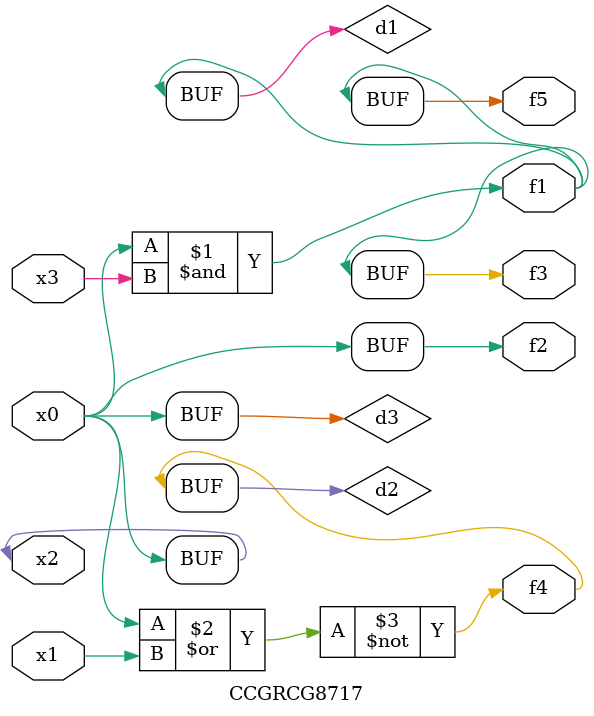
<source format=v>
module CCGRCG8717(
	input x0, x1, x2, x3,
	output f1, f2, f3, f4, f5
);

	wire d1, d2, d3;

	and (d1, x2, x3);
	nor (d2, x0, x1);
	buf (d3, x0, x2);
	assign f1 = d1;
	assign f2 = d3;
	assign f3 = d1;
	assign f4 = d2;
	assign f5 = d1;
endmodule

</source>
